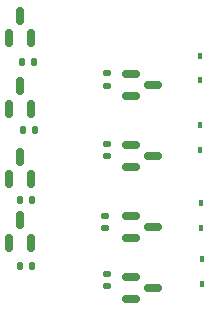
<source format=gtp>
G04 #@! TF.GenerationSoftware,KiCad,Pcbnew,6.0.11+dfsg-1*
G04 #@! TF.CreationDate,2026-01-16T17:50:55+01:00*
G04 #@! TF.ProjectId,bed-remote,6265642d-7265-46d6-9f74-652e6b696361,rev?*
G04 #@! TF.SameCoordinates,Original*
G04 #@! TF.FileFunction,Paste,Top*
G04 #@! TF.FilePolarity,Positive*
%FSLAX46Y46*%
G04 Gerber Fmt 4.6, Leading zero omitted, Abs format (unit mm)*
G04 Created by KiCad (PCBNEW 6.0.11+dfsg-1) date 2026-01-16 17:50:55*
%MOMM*%
%LPD*%
G01*
G04 APERTURE LIST*
G04 Aperture macros list*
%AMRoundRect*
0 Rectangle with rounded corners*
0 $1 Rounding radius*
0 $2 $3 $4 $5 $6 $7 $8 $9 X,Y pos of 4 corners*
0 Add a 4 corners polygon primitive as box body*
4,1,4,$2,$3,$4,$5,$6,$7,$8,$9,$2,$3,0*
0 Add four circle primitives for the rounded corners*
1,1,$1+$1,$2,$3*
1,1,$1+$1,$4,$5*
1,1,$1+$1,$6,$7*
1,1,$1+$1,$8,$9*
0 Add four rect primitives between the rounded corners*
20,1,$1+$1,$2,$3,$4,$5,0*
20,1,$1+$1,$4,$5,$6,$7,0*
20,1,$1+$1,$6,$7,$8,$9,0*
20,1,$1+$1,$8,$9,$2,$3,0*%
G04 Aperture macros list end*
%ADD10RoundRect,0.135000X-0.185000X0.135000X-0.185000X-0.135000X0.185000X-0.135000X0.185000X0.135000X0*%
%ADD11R,0.450000X0.600000*%
%ADD12RoundRect,0.135000X-0.135000X-0.185000X0.135000X-0.185000X0.135000X0.185000X-0.135000X0.185000X0*%
%ADD13RoundRect,0.150000X-0.587500X-0.150000X0.587500X-0.150000X0.587500X0.150000X-0.587500X0.150000X0*%
%ADD14RoundRect,0.150000X0.150000X-0.587500X0.150000X0.587500X-0.150000X0.587500X-0.150000X-0.587500X0*%
G04 APERTURE END LIST*
D10*
X76000000Y-49015000D03*
X76000000Y-50035000D03*
D11*
X83875000Y-32600000D03*
X83875000Y-30500000D03*
D10*
X75890000Y-44081359D03*
X75890000Y-45101359D03*
D11*
X84075000Y-49800000D03*
X84075000Y-47700000D03*
D12*
X68907398Y-36775109D03*
X69927398Y-36775109D03*
D13*
X78062500Y-49212500D03*
X78062500Y-51112500D03*
X79937500Y-50162500D03*
X78062500Y-38050000D03*
X78062500Y-39950000D03*
X79937500Y-39000000D03*
X78062500Y-44050000D03*
X78062500Y-45950000D03*
X79937500Y-45000000D03*
D12*
X68790116Y-31045109D03*
X69810116Y-31045109D03*
D14*
X67685116Y-34982609D03*
X69585116Y-34982609D03*
X68635116Y-33107609D03*
D12*
X68650116Y-42725109D03*
X69670116Y-42725109D03*
D14*
X67685116Y-46332609D03*
X69585116Y-46332609D03*
X68635116Y-44457609D03*
X67685116Y-28982609D03*
X69585116Y-28982609D03*
X68635116Y-27107609D03*
D12*
X68650116Y-48315109D03*
X69670116Y-48315109D03*
D13*
X78062500Y-32050000D03*
X78062500Y-33950000D03*
X79937500Y-33000000D03*
D14*
X67685116Y-40982609D03*
X69585116Y-40982609D03*
X68635116Y-39107609D03*
D10*
X76000000Y-37965000D03*
X76000000Y-38985000D03*
D11*
X83925000Y-38500000D03*
X83925000Y-36400000D03*
D10*
X76000000Y-32015000D03*
X76000000Y-33035000D03*
D11*
X84000000Y-45100000D03*
X84000000Y-43000000D03*
M02*

</source>
